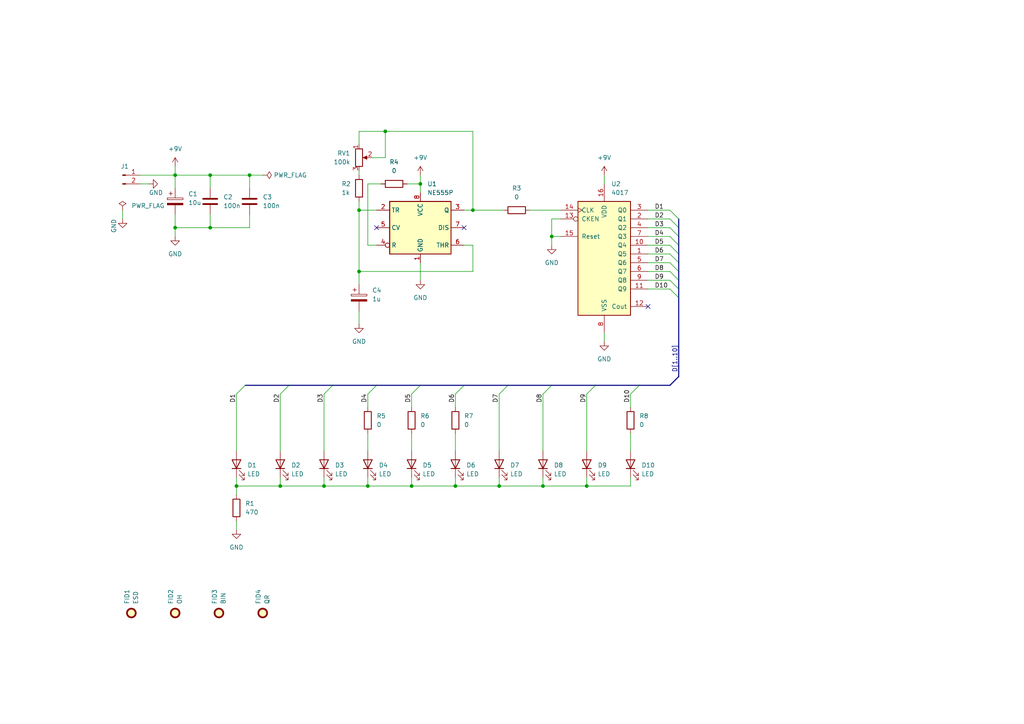
<source format=kicad_sch>
(kicad_sch (version 20230121) (generator eeschema)
  (paper "A4")
  (title_block (title "${acronym} - ${title}") (date "${date}") (rev "${revision}") (company "${company}") (comment 1 "${creator}") (comment 2 "${license}"))
  (lib_symbols
    (symbol "4xxx:4017" (pin_names (offset 1.016))
      (property "Reference" "U" (at -7.62 16.51 0))
      (property "Value" "4017" (at -7.62 -19.05 0))
      (symbol "4017_1_0"
        (pin output line (at 12.7 0 180) (length 5.08) (name "Q5") (number "1"))
        (pin output line (at 12.7 2.54 180) (length 5.08) (name "Q4") (number "10"))
        (pin output line (at 12.7 -10.16 180) (length 5.08) (name "Q9") (number "11"))
        (pin output line (at 12.7 -15.24 180) (length 5.08) (name "Cout") (number "12"))
        (pin input inverted (at -12.7 10.16 0) (length 5.08) (name "CKEN") (number "13"))
        (pin input clock (at -12.7 12.7 0) (length 5.08) (name "CLK") (number "14"))
        (pin input line (at -12.7 5.08 0) (length 5.08) (name "Reset") (number "15"))
        (pin power_in line (at 0 20.32 270) (length 5.08) (name "VDD") (number "16"))
        (pin output line (at 12.7 10.16 180) (length 5.08) (name "Q1") (number "2"))
        (pin output line (at 12.7 12.7 180) (length 5.08) (name "Q0") (number "3"))
        (pin output line (at 12.7 7.62 180) (length 5.08) (name "Q2") (number "4"))
        (pin output line (at 12.7 -2.54 180) (length 5.08) (name "Q6") (number "5"))
        (pin output line (at 12.7 -5.08 180) (length 5.08) (name "Q7") (number "6"))
        (pin output line (at 12.7 5.08 180) (length 5.08) (name "Q3") (number "7"))
        (pin power_in line (at 0 -22.86 90) (length 5.08) (name "VSS") (number "8"))
        (pin output line (at 12.7 -7.62 180) (length 5.08) (name "Q8") (number "9"))
      )
      (symbol "4017_1_1"
        (rectangle (start -7.62 15.24) (end 7.62 -17.78) (stroke (width 0.254)) (fill (type background)))
      )
    )
    (symbol "Connector:Conn_01x02_Pin" (pin_names (offset 1.016) hide)
      (property "Reference" "J" (at 0 2.54 0))
      (property "Value" "Conn_01x02_Pin" (at 0 -5.08 0))
      (symbol "Conn_01x02_Pin_1_1"
        (polyline (pts (xy 1.27 -2.54) (xy 0.8636 -2.54)) (stroke (width 0.1524)))
        (polyline (pts (xy 1.27 0) (xy 0.8636 0)) (stroke (width 0.1524)))
        (rectangle (start 0.8636 -2.413) (end 0 -2.667) (stroke (width 0.1524)) (fill (type outline)))
        (rectangle (start 0.8636 0.127) (end 0 -0.127) (stroke (width 0.1524)) (fill (type outline)))
        (pin passive line (at 5.08 0 180) (length 3.81) (name "Pin_1") (number "1"))
        (pin passive line (at 5.08 -2.54 180) (length 3.81) (name "Pin_2") (number "2"))
      )
    )
    (symbol "Device:C" (pin_numbers hide) (pin_names (offset 0.254))
      (property "Reference" "C" (at 0.635 2.54 0))
      (property "Value" "C" (at 0.635 -2.54 0))
      (symbol "C_0_1"
        (polyline (pts (xy -2.032 -0.762) (xy 2.032 -0.762)) (stroke (width 0.508)))
        (polyline (pts (xy -2.032 0.762) (xy 2.032 0.762)) (stroke (width 0.508)))
      )
      (symbol "C_1_1"
        (pin passive line (at 0 3.81 270) (length 2.794) (name "~") (number "1"))
        (pin passive line (at 0 -3.81 90) (length 2.794) (name "~") (number "2"))
      )
    )
    (symbol "Device:C_Polarized" (pin_numbers hide) (pin_names (offset 0.254))
      (property "Reference" "C" (at 0.635 2.54 0))
      (property "Value" "C_Polarized" (at 0.635 -2.54 0))
      (symbol "C_Polarized_0_1"
        (rectangle (start -2.286 0.508) (end 2.286 1.016))
        (polyline (pts (xy -1.778 2.286) (xy -0.762 2.286)))
        (polyline (pts (xy -1.27 2.794) (xy -1.27 1.778)))
        (rectangle (start 2.286 -0.508) (end -2.286 -1.016) (fill (type outline)))
      )
      (symbol "C_Polarized_1_1"
        (pin passive line (at 0 3.81 270) (length 2.794) (name "~") (number "1"))
        (pin passive line (at 0 -3.81 90) (length 2.794) (name "~") (number "2"))
      )
    )
    (symbol "Device:LED" (pin_numbers hide) (pin_names (offset 1.016) hide)
      (property "Reference" "D" (at 0 2.54 0))
      (property "Value" "LED" (at 0 -2.54 0))
      (symbol "LED_0_1"
        (polyline (pts (xy -1.27 -1.27) (xy -1.27 1.27)) (stroke (width 0.254)))
        (polyline (pts (xy -1.27 0) (xy 1.27 0)))
        (polyline (pts (xy 1.27 -1.27) (xy 1.27 1.27) (xy -1.27 0) (xy 1.27 -1.27)) (stroke (width 0.254)))
        (polyline (pts (xy -3.048 -0.762) (xy -4.572 -2.286) (xy -3.81 -2.286) (xy -4.572 -2.286) (xy -4.572 -1.524)))
        (polyline (pts (xy -1.778 -0.762) (xy -3.302 -2.286) (xy -2.54 -2.286) (xy -3.302 -2.286) (xy -3.302 -1.524)))
      )
      (symbol "LED_1_1"
        (pin passive line (at -3.81 0 0) (length 2.54) (name "K") (number "1"))
        (pin passive line (at 3.81 0 180) (length 2.54) (name "A") (number "2"))
      )
    )
    (symbol "Device:R" (pin_numbers hide) (pin_names (offset 0))
      (property "Reference" "R" (at 2.032 0 90))
      (property "Value" "R" (at 0 0 90))
      (symbol "R_0_1"
        (rectangle (start -1.016 -2.54) (end 1.016 2.54) (stroke (width 0.254)))
      )
      (symbol "R_1_1"
        (pin passive line (at 0 3.81 270) (length 1.27) (name "~") (number "1"))
        (pin passive line (at 0 -3.81 90) (length 1.27) (name "~") (number "2"))
      )
    )
    (symbol "Device:R_Potentiometer" (pin_names (offset 1.016) hide)
      (property "Reference" "RV" (at -4.445 0 90))
      (property "Value" "R_Potentiometer" (at -2.54 0 90))
      (symbol "R_Potentiometer_0_1"
        (polyline (pts (xy 2.54 0) (xy 1.524 0)))
        (polyline (pts (xy 1.143 0) (xy 2.286 0.508) (xy 2.286 -0.508) (xy 1.143 0)) (fill (type outline)))
        (rectangle (start 1.016 2.54) (end -1.016 -2.54) (stroke (width 0.254)))
      )
      (symbol "R_Potentiometer_1_1"
        (pin passive line (at 0 3.81 270) (length 1.27) (name "1") (number "1"))
        (pin passive line (at 3.81 0 180) (length 1.27) (name "2") (number "2"))
        (pin passive line (at 0 -3.81 90) (length 1.27) (name "3") (number "3"))
      )
    )
    (symbol "Mechanical:Fiducial"
      (property "Reference" "FID" (at 0 5.08 0))
      (property "Value" "Fiducial" (at 0 3.175 0))
      (symbol "Fiducial_0_1"
        (circle (center 0 0) (radius 1.27) (stroke (width 0.508)) (fill (type background)))
      )
    )
    (symbol "Timer:NE555P"
      (property "Reference" "U" (at -10.16 8.89 0))
      (property "Value" "NE555P" (at 2.54 8.89 0))
      (symbol "NE555P_0_0"
        (pin power_in line (at 0 -10.16 90) (length 2.54) (name "GND") (number "1"))
        (pin power_in line (at 0 10.16 270) (length 2.54) (name "VCC") (number "8"))
      )
      (symbol "NE555P_0_1"
        (rectangle (start -8.89 -7.62) (end 8.89 7.62) (stroke (width 0.254)) (fill (type background)))
        (rectangle (start -8.89 -7.62) (end 8.89 7.62) (stroke (width 0.254)) (fill (type background)))
      )
      (symbol "NE555P_1_1"
        (pin input line (at -12.7 5.08 0) (length 3.81) (name "TR") (number "2"))
        (pin output line (at 12.7 5.08 180) (length 3.81) (name "Q") (number "3"))
        (pin input inverted (at -12.7 -5.08 0) (length 3.81) (name "R") (number "4"))
        (pin input line (at -12.7 0 0) (length 3.81) (name "CV") (number "5"))
        (pin input line (at 12.7 -5.08 180) (length 3.81) (name "THR") (number "6"))
        (pin input line (at 12.7 0 180) (length 3.81) (name "DIS") (number "7"))
      )
    )
    (symbol "power:+9V" (power) (pin_names (offset 0))
      (property "Value" "+9V" (at 0 3.556 0))
      (symbol "+9V_0_1"
        (polyline (pts (xy -0.762 1.27) (xy 0 2.54)))
        (polyline (pts (xy 0 0) (xy 0 2.54)))
        (polyline (pts (xy 0 2.54) (xy 0.762 1.27)))
      )
      (symbol "+9V_1_1"
        (pin power_in line (at 0 0 90) (length 0) hide (name "+9V") (number "1"))
      )
    )
    (symbol "power:GND" (power) (pin_names (offset 0))
      (property "Value" "GND" (at 0 -3.81 0))
      (symbol "GND_0_1"
        (polyline (pts (xy 0 0) (xy 0 -1.27) (xy 1.27 -1.27) (xy 0 -2.54) (xy -1.27 -1.27) (xy 0 -1.27)))
      )
      (symbol "GND_1_1"
        (pin power_in line (at 0 0 270) (length 0) hide (name "GND") (number "1"))
      )
    )
    (symbol "power:PWR_FLAG" (power) (pin_numbers hide) (pin_names (offset 0) hide)
      (property "Value" "PWR_FLAG" (at 0 3.81 0))
      (symbol "PWR_FLAG_0_0"
        (pin power_out line (at 0 0 90) (length 0) (name "pwr") (number "1"))
      )
      (symbol "PWR_FLAG_0_1"
        (polyline (pts (xy 0 0) (xy 0 1.27) (xy -1.016 1.905) (xy 0 2.54) (xy 1.016 1.905) (xy 0 1.27)))
      )
    )
  )
  (junction (at 68.58 140.97))
  (junction (at 132.08 140.97))
  (junction (at 121.92 53.34))
  (junction (at 160.02 68.58))
  (junction (at 106.68 140.97))
  (junction (at 81.28 140.97))
  (junction (at 104.14 60.96))
  (junction (at 157.48 140.97))
  (junction (at 144.78 140.97))
  (junction (at 111.76 38.1))
  (junction (at 170.18 140.97))
  (junction (at 104.14 78.74))
  (junction (at 50.8 50.8))
  (junction (at 119.38 140.97))
  (junction (at 50.8 66.04))
  (junction (at 72.39 50.8))
  (junction (at 60.96 66.04))
  (junction (at 137.16 60.96))
  (junction (at 93.98 140.97))
  (junction (at 60.96 50.8))
  (no_connect (at 109.22 66.04))
  (no_connect (at 187.96 88.9))
  (no_connect (at 134.62 66.04))
  (bus_entry (at 121.92 111.76) (size -2.54 2.54))
  (bus_entry (at 96.52 111.76) (size -2.54 2.54))
  (bus_entry (at 71.12 111.76) (size -2.54 2.54))
  (bus_entry (at 194.31 63.5) (size 2.54 2.54))
  (bus_entry (at 194.31 76.2) (size 2.54 2.54))
  (bus_entry (at 160.02 111.76) (size -2.54 2.54))
  (bus_entry (at 194.31 68.58) (size 2.54 2.54))
  (bus_entry (at 194.31 81.28) (size 2.54 2.54))
  (bus_entry (at 194.31 78.74) (size 2.54 2.54))
  (bus_entry (at 194.31 73.66) (size 2.54 2.54))
  (bus_entry (at 109.22 111.76) (size -2.54 2.54))
  (bus_entry (at 172.72 111.76) (size -2.54 2.54))
  (bus_entry (at 83.82 111.76) (size -2.54 2.54))
  (bus_entry (at 194.31 83.82) (size 2.54 2.54))
  (bus_entry (at 134.62 111.76) (size -2.54 2.54))
  (bus_entry (at 185.42 111.76) (size -2.54 2.54))
  (bus_entry (at 147.32 111.76) (size -2.54 2.54))
  (bus_entry (at 194.31 60.96) (size 2.54 2.54))
  (bus_entry (at 194.31 71.12) (size 2.54 2.54))
  (bus_entry (at 194.31 66.04) (size 2.54 2.54))
  (bus (pts (xy 147.32 111.76) (xy 160.02 111.76)))
  (bus (pts (xy 160.02 111.76) (xy 172.72 111.76)))
  (wire (pts (xy 60.96 50.8) (xy 60.96 54.61)))
  (wire (pts (xy 106.68 140.97) (xy 119.38 140.97)))
  (wire (pts (xy 104.14 78.74) (xy 104.14 82.55)))
  (bus (pts (xy 83.82 111.76) (xy 96.52 111.76)))
  (wire (pts (xy 137.16 60.96) (xy 134.62 60.96)))
  (bus (pts (xy 196.85 73.66) (xy 196.85 76.2)))
  (wire (pts (xy 68.58 151.13) (xy 68.58 153.67)))
  (wire (pts (xy 157.48 140.97) (xy 170.18 140.97)))
  (bus (pts (xy 96.52 111.76) (xy 109.22 111.76)))
  (wire (pts (xy 182.88 140.97) (xy 182.88 138.43)))
  (wire (pts (xy 104.14 90.17) (xy 104.14 93.98)))
  (wire (pts (xy 119.38 125.73) (xy 119.38 130.81)))
  (wire (pts (xy 60.96 62.23) (xy 60.96 66.04)))
  (bus (pts (xy 196.85 83.82) (xy 196.85 86.36)))
  (bus (pts (xy 196.85 63.5) (xy 196.85 66.04)))
  (bus (pts (xy 134.62 111.76) (xy 147.32 111.76)))
  (wire (pts (xy 50.8 48.26) (xy 50.8 50.8)))
  (wire (pts (xy 170.18 114.3) (xy 170.18 130.81)))
  (wire (pts (xy 187.96 83.82) (xy 194.31 83.82)))
  (wire (pts (xy 170.18 140.97) (xy 182.88 140.97)))
  (wire (pts (xy 72.39 62.23) (xy 72.39 66.04)))
  (wire (pts (xy 68.58 138.43) (xy 68.58 140.97)))
  (wire (pts (xy 106.68 125.73) (xy 106.68 130.81)))
  (wire (pts (xy 50.8 50.8) (xy 50.8 54.61)))
  (wire (pts (xy 153.67 60.96) (xy 162.56 60.96)))
  (wire (pts (xy 106.68 114.3) (xy 106.68 118.11)))
  (wire (pts (xy 157.48 114.3) (xy 157.48 130.81)))
  (wire (pts (xy 137.16 38.1) (xy 137.16 60.96)))
  (wire (pts (xy 144.78 138.43) (xy 144.78 140.97)))
  (wire (pts (xy 121.92 76.2) (xy 121.92 81.28)))
  (wire (pts (xy 50.8 66.04) (xy 50.8 68.58)))
  (wire (pts (xy 121.92 50.8) (xy 121.92 53.34)))
  (wire (pts (xy 182.88 125.73) (xy 182.88 130.81)))
  (wire (pts (xy 187.96 76.2) (xy 194.31 76.2)))
  (wire (pts (xy 104.14 60.96) (xy 109.22 60.96)))
  (wire (pts (xy 175.26 50.8) (xy 175.26 53.34)))
  (bus (pts (xy 196.85 76.2) (xy 196.85 78.74)))
  (wire (pts (xy 81.28 140.97) (xy 93.98 140.97)))
  (wire (pts (xy 121.92 53.34) (xy 121.92 55.88)))
  (wire (pts (xy 160.02 68.58) (xy 162.56 68.58)))
  (wire (pts (xy 81.28 114.3) (xy 81.28 130.81)))
  (wire (pts (xy 110.49 53.34) (xy 106.68 53.34)))
  (wire (pts (xy 104.14 38.1) (xy 104.14 41.91)))
  (wire (pts (xy 137.16 78.74) (xy 104.14 78.74)))
  (wire (pts (xy 132.08 125.73) (xy 132.08 130.81)))
  (wire (pts (xy 119.38 140.97) (xy 132.08 140.97)))
  (wire (pts (xy 187.96 71.12) (xy 194.31 71.12)))
  (bus (pts (xy 71.12 111.76) (xy 83.82 111.76)))
  (wire (pts (xy 160.02 63.5) (xy 160.02 68.58)))
  (wire (pts (xy 93.98 140.97) (xy 106.68 140.97)))
  (wire (pts (xy 68.58 114.3) (xy 68.58 130.81)))
  (bus (pts (xy 196.85 78.74) (xy 196.85 81.28)))
  (bus (pts (xy 196.85 86.36) (xy 196.85 109.22)))
  (wire (pts (xy 111.76 45.72) (xy 111.76 38.1)))
  (wire (pts (xy 93.98 114.3) (xy 93.98 130.81)))
  (wire (pts (xy 119.38 138.43) (xy 119.38 140.97)))
  (wire (pts (xy 72.39 50.8) (xy 72.39 54.61)))
  (wire (pts (xy 175.26 96.52) (xy 175.26 99.06)))
  (bus (pts (xy 185.42 111.76) (xy 194.31 111.76)))
  (wire (pts (xy 72.39 50.8) (xy 76.2 50.8)))
  (wire (pts (xy 35.56 60.96) (xy 35.56 63.5)))
  (wire (pts (xy 187.96 73.66) (xy 194.31 73.66)))
  (bus (pts (xy 196.85 68.58) (xy 196.85 71.12)))
  (wire (pts (xy 111.76 38.1) (xy 137.16 38.1)))
  (wire (pts (xy 93.98 138.43) (xy 93.98 140.97)))
  (wire (pts (xy 132.08 140.97) (xy 144.78 140.97)))
  (wire (pts (xy 182.88 114.3) (xy 182.88 118.11)))
  (wire (pts (xy 68.58 140.97) (xy 68.58 143.51)))
  (bus (pts (xy 196.85 109.22) (xy 194.31 111.76)))
  (wire (pts (xy 157.48 138.43) (xy 157.48 140.97)))
  (wire (pts (xy 132.08 138.43) (xy 132.08 140.97)))
  (bus (pts (xy 172.72 111.76) (xy 185.42 111.76)))
  (wire (pts (xy 107.95 45.72) (xy 111.76 45.72)))
  (bus (pts (xy 121.92 111.76) (xy 134.62 111.76)))
  (wire (pts (xy 68.58 140.97) (xy 81.28 140.97)))
  (wire (pts (xy 81.28 138.43) (xy 81.28 140.97)))
  (wire (pts (xy 109.22 71.12) (xy 106.68 71.12)))
  (wire (pts (xy 144.78 140.97) (xy 157.48 140.97)))
  (wire (pts (xy 187.96 60.96) (xy 194.31 60.96)))
  (wire (pts (xy 160.02 68.58) (xy 160.02 71.12)))
  (wire (pts (xy 40.64 53.34) (xy 43.18 53.34)))
  (wire (pts (xy 60.96 66.04) (xy 72.39 66.04)))
  (bus (pts (xy 196.85 66.04) (xy 196.85 68.58)))
  (wire (pts (xy 170.18 138.43) (xy 170.18 140.97)))
  (wire (pts (xy 106.68 53.34) (xy 106.68 71.12)))
  (wire (pts (xy 50.8 66.04) (xy 60.96 66.04)))
  (wire (pts (xy 187.96 81.28) (xy 194.31 81.28)))
  (wire (pts (xy 134.62 71.12) (xy 137.16 71.12)))
  (wire (pts (xy 132.08 114.3) (xy 132.08 118.11)))
  (wire (pts (xy 137.16 71.12) (xy 137.16 78.74)))
  (bus (pts (xy 196.85 71.12) (xy 196.85 73.66)))
  (wire (pts (xy 187.96 66.04) (xy 194.31 66.04)))
  (wire (pts (xy 50.8 50.8) (xy 60.96 50.8)))
  (wire (pts (xy 50.8 62.23) (xy 50.8 66.04)))
  (wire (pts (xy 111.76 38.1) (xy 104.14 38.1)))
  (wire (pts (xy 40.64 50.8) (xy 50.8 50.8)))
  (wire (pts (xy 104.14 78.74) (xy 104.14 60.96)))
  (wire (pts (xy 104.14 49.53) (xy 104.14 50.8)))
  (wire (pts (xy 187.96 63.5) (xy 194.31 63.5)))
  (wire (pts (xy 144.78 114.3) (xy 144.78 130.81)))
  (wire (pts (xy 118.11 53.34) (xy 121.92 53.34)))
  (wire (pts (xy 104.14 58.42) (xy 104.14 60.96)))
  (bus (pts (xy 196.85 81.28) (xy 196.85 83.82)))
  (wire (pts (xy 137.16 60.96) (xy 146.05 60.96)))
  (wire (pts (xy 106.68 138.43) (xy 106.68 140.97)))
  (wire (pts (xy 60.96 50.8) (xy 72.39 50.8)))
  (wire (pts (xy 160.02 63.5) (xy 162.56 63.5)))
  (wire (pts (xy 119.38 114.3) (xy 119.38 118.11)))
  (wire (pts (xy 187.96 78.74) (xy 194.31 78.74)))
  (wire (pts (xy 187.96 68.58) (xy 194.31 68.58)))
  (bus (pts (xy 109.22 111.76) (xy 121.92 111.76)))
  (label "D5" (at 189.865 71.12 0))
  (label "D8" (at 189.865 78.74 0))
  (label "D6" (at 132.08 116.84 90))
  (label "D9" (at 189.865 81.28 0))
  (label "D7" (at 144.78 116.84 90))
  (label "D1" (at 189.865 60.96 0))
  (label "D4" (at 106.68 116.84 90))
  (label "D7" (at 189.865 76.2 0))
  (label "D2" (at 81.28 116.84 90))
  (label "D3" (at 189.865 66.04 0))
  (label "D3" (at 93.98 116.84 90))
  (label "D9" (at 170.18 116.84 90))
  (label "D1" (at 68.58 116.84 90))
  (label "D10" (at 189.865 83.82 0))
  (label "D6" (at 189.865 73.66 0))
  (label "D10" (at 182.88 116.84 90))
  (label "D[1..10]" (at 196.85 107.95 90))
  (label "D8" (at 157.48 116.84 90))
  (label "D2" (at 189.865 63.5 0))
  (label "D5" (at 119.38 116.84 90))
  (label "D4" (at 189.865 68.58 0))
  (symbol (lib_id "power:GND") (at 175.26 99.06 0) (unit 1)
    (property "Reference" "#PWR011" (effects hide))
    (property "Value" "GND" (at 175.26 104.14 0))
  )
  (symbol (lib_id "power:+9V") (at 175.26 50.8 0) (unit 1)
    (property "Reference" "#PWR010" (effects hide))
    (property "Value" "+9V" (at 175.26 45.72 0))
  )
  (symbol (lib_id "power:GND") (at 35.56 63.5 0) (unit 1)
    (property "Reference" "#PWR01" (effects hide))
    (property "Value" "GND" (at 33.02 63.5 90) (effects (justify right)))
  )
  (symbol (lib_id "Device:R") (at 149.86 60.96 90) (unit 1)
    (property "Reference" "R3" (at 149.86 54.61 90))
    (property "Value" "0" (at 149.86 57.15 90))
    (property "Footprint" "Resistor_THT:R_Axial_DIN0207_L6.3mm_D2.5mm_P10.16mm_Horizontal" (effects hide))
    (property "Vendor" "HTL" (effects hide))
    (property "VendorId" "102765" (effects hide))
  )
  (symbol (lib_id "Device:C") (at 72.39 58.42 0) (unit 1)
    (property "Reference" "C3" (at 76.2 57.1499 0) (effects (justify left)))
    (property "Value" "100n" (at 76.2 59.6899 0) (effects (justify left)))
    (property "Footprint" "Capacitor_THT:C_Disc_D3.8mm_W2.6mm_P2.50mm" (effects hide))
    (property "Vendor" "HTL" (effects hide))
    (property "VendorId" "103390" (effects hide))
  )
  (symbol (lib_id "Connector:Conn_01x02_Pin") (at 35.56 50.8 0) (unit 1)
    (property "Reference" "J1" (at 36.195 48.26 0))
    (property "Value" "Conn_01x02_Pin" (effects hide))
    (property "Footprint" "Connector_PinSocket_2.54mm:PinSocket_1x02_P2.54mm_Vertical" (effects hide))
    (property "Vendor" "HTL" (effects hide))
    (property "VendorId" "101521" (effects hide))
  )
  (symbol (lib_id "Device:LED") (at 119.38 134.62 90) (unit 1)
    (property "Reference" "D5" (at 122.555 134.9374 90) (effects (justify right)))
    (property "Value" "LED" (at 122.555 137.4774 90) (effects (justify right)))
    (property "Footprint" "LED_THT:LED_D5.0mm" (effects hide))
    (property "Vendor" "HTL" (effects hide))
    (property "VendorId" "100444, 102855" (effects hide))
  )
  (symbol (lib_id "Device:C") (at 60.96 58.42 0) (unit 1)
    (property "Reference" "C2" (at 64.77 57.1499 0) (effects (justify left)))
    (property "Value" "100n" (at 64.77 59.6899 0) (effects (justify left)))
    (property "Footprint" "Capacitor_THT:C_Disc_D3.8mm_W2.6mm_P2.50mm" (effects hide))
    (property "Vendor" "HTL" (effects hide))
    (property "VendorId" "103390" (effects hide))
  )
  (symbol (lib_id "Device:C_Polarized") (at 50.8 58.42 0) (unit 1)
    (property "Reference" "C1" (at 54.61 56.2609 0) (effects (justify left)))
    (property "Value" "10u" (at 54.61 58.8009 0) (effects (justify left)))
    (property "Footprint" "Capacitor_THT:CP_Radial_D5.0mm_P2.50mm" (effects hide))
    (property "Vendor" "HTL" (effects hide))
    (property "VendorId" "100353" (effects hide))
  )
  (symbol (lib_id "Device:R_Potentiometer") (at 104.14 45.72 0) (unit 1)
    (property "Reference" "RV1" (at 101.6 44.4499 0) (effects (justify right)))
    (property "Value" "100k" (at 101.6 46.9899 0) (effects (justify right)))
    (property "Footprint" "Potentiometer_THT:Potentiometer_Piher_PT-10-V10_Vertical" (effects hide))
    (property "Vendor" "HTL" (effects hide))
    (property "VendorId" "100417" (effects hide))
  )
  (symbol (lib_id "power:GND") (at 50.8 68.58 0) (unit 1)
    (property "Reference" "#PWR04" (effects hide))
    (property "Value" "GND" (at 50.8 73.66 0))
  )
  (symbol (lib_id "Timer:NE555P") (at 121.92 66.04 0) (unit 1)
    (property "Reference" "U1" (at 123.9394 53.34 0) (effects (justify left)))
    (property "Value" "NE555P" (at 123.9394 55.88 0) (effects (justify left)))
    (property "Footprint" "Package_DIP:DIP-8_W7.62mm_Socket_LongPads" (effects hide))
    (property "Datasheet" "http://www.ti.com/lit/ds/symlink/ne555.pdf" (effects hide))
    (property "Vendor" "HTL" (effects hide))
    (property "VendorId" "100296, 100331" (effects hide))
  )
  (symbol (lib_id "power:GND") (at 121.92 81.28 0) (unit 1)
    (property "Reference" "#PWR08" (effects hide))
    (property "Value" "GND" (at 121.92 86.36 0))
  )
  (symbol (lib_id "Device:LED") (at 170.18 134.62 90) (unit 1)
    (property "Reference" "D9" (at 173.355 134.9374 90) (effects (justify right)))
    (property "Value" "LED" (at 173.355 137.4774 90) (effects (justify right)))
    (property "Footprint" "LED_THT:LED_D5.0mm" (effects hide))
    (property "Vendor" "HTL" (effects hide))
    (property "VendorId" "100444, 102855" (effects hide))
  )
  (symbol (lib_id "Device:C_Polarized") (at 104.14 86.36 0) (unit 1)
    (property "Reference" "C4" (at 107.95 84.2009 0) (effects (justify left)))
    (property "Value" "1u" (at 107.95 86.7409 0) (effects (justify left)))
    (property "Footprint" "Capacitor_THT:CP_Radial_D5.0mm_P2.50mm" (effects hide))
    (property "Vendor" "HTL" (effects hide))
    (property "VendorId" "100345" (effects hide))
  )
  (symbol (lib_id "Device:LED") (at 68.58 134.62 90) (unit 1)
    (property "Reference" "D1" (at 71.755 134.9374 90) (effects (justify right)))
    (property "Value" "LED" (at 71.755 137.4774 90) (effects (justify right)))
    (property "Footprint" "LED_THT:LED_D5.0mm" (effects hide))
    (property "Vendor" "HTL" (effects hide))
    (property "VendorId" "100444, 102855" (effects hide))
  )
  (symbol (lib_id "Device:R") (at 104.14 54.61 180) (unit 1)
    (property "Reference" "R2" (at 99.06 53.34 0) (effects (justify right)))
    (property "Value" "1k" (at 99.06 55.88 0) (effects (justify right)))
    (property "Footprint" "Resistor_THT:R_Axial_DIN0207_L6.3mm_D2.5mm_P10.16mm_Horizontal" (effects hide))
    (property "Vendor" "HTL" (effects hide))
    (property "VendorId" "102800" (effects hide))
  )
  (symbol (lib_id "power:PWR_FLAG") (at 76.2 50.8 270) (unit 1)
    (property "Reference" "#FLG02" (effects hide))
    (property "Value" "PWR_FLAG" (at 79.375 50.8 90) (effects (justify left)))
  )
  (symbol (lib_id "Device:R") (at 182.88 121.92 180) (unit 1)
    (property "Reference" "R8" (at 185.42 120.6499 0) (effects (justify right)))
    (property "Value" "0" (at 185.42 123.1899 0) (effects (justify right)))
    (property "Footprint" "Resistor_THT:R_Axial_DIN0207_L6.3mm_D2.5mm_P10.16mm_Horizontal" (effects hide))
    (property "Vendor" "HTL" (effects hide))
    (property "VendorId" "102765" (effects hide))
  )
  (symbol (lib_id "Device:LED") (at 157.48 134.62 90) (unit 1)
    (property "Reference" "D8" (at 160.655 134.9374 90) (effects (justify right)))
    (property "Value" "LED" (at 160.655 137.4774 90) (effects (justify right)))
    (property "Footprint" "LED_THT:LED_D5.0mm" (effects hide))
    (property "Vendor" "HTL" (effects hide))
    (property "VendorId" "100444, 102855" (effects hide))
  )
  (symbol (lib_id "power:GND") (at 68.58 153.67 0) (unit 1)
    (property "Reference" "#PWR05" (effects hide))
    (property "Value" "GND" (at 68.58 158.75 0))
  )
  (symbol (lib_id "power:+9V") (at 50.8 48.26 0) (unit 1)
    (property "Reference" "#PWR03" (effects hide))
    (property "Value" "+9V" (at 50.8 43.18 0))
  )
  (symbol (lib_id "Mechanical:Fiducial") (at 63.5 177.8 0) (unit 1)
    (property "Reference" "FID3" (at 62.23 175.26 90) (effects (justify left)))
    (property "Value" "BIN" (at 64.77 175.26 90) (effects (justify left)))
    (property "Footprint" "Symbol:WEEE-Logo_4.2x6mm_SilkScreen" (effects hide))
  )
  (symbol (lib_id "Mechanical:Fiducial") (at 76.2 177.8 0) (unit 1)
    (property "Reference" "FID4" (at 74.93 175.26 90) (effects (justify left)))
    (property "Value" "QR" (at 77.47 175.26 90) (effects (justify left)))
    (property "Footprint" "Images:QR_0x007e" (effects hide))
  )
  (symbol (lib_id "Mechanical:Fiducial") (at 38.1 177.8 0) (unit 1)
    (property "Reference" "FID1" (at 36.83 175.26 90) (effects (justify left)))
    (property "Value" "ESD" (at 39.37 175.26 90) (effects (justify left)))
    (property "Footprint" "Symbol:ESD-Logo_6.6x6mm_SilkScreen" (effects hide))
  )
  (symbol (lib_id "power:PWR_FLAG") (at 35.56 60.96 0) (unit 1)
    (property "Reference" "#FLG01" (effects hide))
    (property "Value" "PWR_FLAG" (at 38.1 59.6899 0) (effects (justify left)))
  )
  (symbol (lib_id "Device:R") (at 119.38 121.92 180) (unit 1)
    (property "Reference" "R6" (at 121.92 120.6499 0) (effects (justify right)))
    (property "Value" "0" (at 121.92 123.1899 0) (effects (justify right)))
    (property "Footprint" "Resistor_THT:R_Axial_DIN0207_L6.3mm_D2.5mm_P15.24mm_Horizontal" (effects hide))
    (property "Vendor" "HTL" (effects hide))
    (property "VendorId" "102765" (effects hide))
  )
  (symbol (lib_id "power:GND") (at 43.18 53.34 90) (unit 1)
    (property "Reference" "#PWR02" (effects hide))
    (property "Value" "GND" (at 43.18 55.88 90) (effects (justify right)))
  )
  (symbol (lib_id "Device:LED") (at 81.28 134.62 90) (unit 1)
    (property "Reference" "D2" (at 84.455 134.9374 90) (effects (justify right)))
    (property "Value" "LED" (at 84.455 137.4774 90) (effects (justify right)))
    (property "Footprint" "LED_THT:LED_D5.0mm" (effects hide))
    (property "Vendor" "HTL" (effects hide))
    (property "VendorId" "100444, 102855" (effects hide))
  )
  (symbol (lib_id "Device:R") (at 68.58 147.32 0) (unit 1)
    (property "Reference" "R1" (at 71.12 146.0499 0) (effects (justify left)))
    (property "Value" "470" (at 71.12 148.5899 0) (effects (justify left)))
    (property "Footprint" "Resistor_THT:R_Axial_DIN0207_L6.3mm_D2.5mm_P10.16mm_Horizontal" (effects hide))
    (property "Vendor" "HTL" (effects hide))
    (property "VendorId" "102795" (effects hide))
  )
  (symbol (lib_id "Device:LED") (at 182.88 134.62 90) (unit 1)
    (property "Reference" "D10" (at 186.055 134.9374 90) (effects (justify right)))
    (property "Value" "LED" (at 186.055 137.4774 90) (effects (justify right)))
    (property "Footprint" "LED_THT:LED_D5.0mm" (effects hide))
    (property "Vendor" "HTL" (effects hide))
    (property "VendorId" "100444, 102855" (effects hide))
  )
  (symbol (lib_id "power:GND") (at 104.14 93.98 0) (unit 1)
    (property "Reference" "#PWR06" (effects hide))
    (property "Value" "GND" (at 104.14 99.06 0))
  )
  (symbol (lib_id "Mechanical:Fiducial") (at 50.8 177.8 0) (unit 1)
    (property "Reference" "FID2" (at 49.53 175.26 90) (effects (justify left)))
    (property "Value" "OH" (at 52.07 175.26 90) (effects (justify left)))
    (property "Footprint" "Symbol:OSHW-Logo2_7.3x6mm_SilkScreen" (effects hide))
  )
  (symbol (lib_id "4xxx:4017") (at 175.26 73.66 0) (unit 1)
    (property "Reference" "U2" (at 177.2794 53.34 0) (effects (justify left)))
    (property "Value" "4017" (at 177.2794 55.88 0) (effects (justify left)))
    (property "Footprint" "Package_DIP:DIP-16_W7.62mm_Socket_LongPads" (effects hide))
    (property "Datasheet" "http://www.intersil.com/content/dam/Intersil/documents/cd40/cd4017bms-22bms.pdf" (effects hide))
    (property "Vendor" "HTL" (effects hide))
    (property "VendorId" "102616, 100333" (effects hide))
  )
  (symbol (lib_id "Device:R") (at 106.68 121.92 180) (unit 1)
    (property "Reference" "R5" (at 109.22 120.6499 0) (effects (justify right)))
    (property "Value" "0" (at 109.22 123.1899 0) (effects (justify right)))
    (property "Footprint" "Resistor_THT:R_Axial_DIN0207_L6.3mm_D2.5mm_P10.16mm_Horizontal" (effects hide))
    (property "Vendor" "HTL" (effects hide))
    (property "VendorId" "102765" (effects hide))
  )
  (symbol (lib_id "Device:LED") (at 144.78 134.62 90) (unit 1)
    (property "Reference" "D7" (at 147.955 134.9374 90) (effects (justify right)))
    (property "Value" "LED" (at 147.955 137.4774 90) (effects (justify right)))
    (property "Footprint" "LED_THT:LED_D5.0mm" (effects hide))
    (property "Vendor" "HTL" (effects hide))
    (property "VendorId" "100444, 102855" (effects hide))
  )
  (symbol (lib_id "Device:LED") (at 132.08 134.62 90) (unit 1)
    (property "Reference" "D6" (at 135.255 134.9374 90) (effects (justify right)))
    (property "Value" "LED" (at 135.255 137.4774 90) (effects (justify right)))
    (property "Footprint" "LED_THT:LED_D5.0mm" (effects hide))
    (property "Vendor" "HTL" (effects hide))
    (property "VendorId" "100444, 102855" (effects hide))
  )
  (symbol (lib_id "Device:R") (at 132.08 121.92 180) (unit 1)
    (property "Reference" "R7" (at 134.62 120.6499 0) (effects (justify right)))
    (property "Value" "0" (at 134.62 123.1899 0) (effects (justify right)))
    (property "Footprint" "Resistor_THT:R_Axial_DIN0207_L6.3mm_D2.5mm_P10.16mm_Horizontal" (effects hide))
    (property "Vendor" "HTL" (effects hide))
    (property "VendorId" "102765" (effects hide))
  )
  (symbol (lib_id "power:GND") (at 160.02 71.12 0) (unit 1)
    (property "Reference" "#PWR09" (effects hide))
    (property "Value" "GND" (at 160.02 76.2 0))
  )
  (symbol (lib_id "power:+9V") (at 121.92 50.8 0) (unit 1)
    (property "Reference" "#PWR07" (effects hide))
    (property "Value" "+9V" (at 121.92 45.72 0))
  )
  (symbol (lib_id "Device:LED") (at 93.98 134.62 90) (unit 1)
    (property "Reference" "D3" (at 97.155 134.9374 90) (effects (justify right)))
    (property "Value" "LED" (at 97.155 137.4774 90) (effects (justify right)))
    (property "Footprint" "LED_THT:LED_D5.0mm" (effects hide))
    (property "Vendor" "HTL" (effects hide))
    (property "VendorId" "100444, 102855" (effects hide))
  )
  (symbol (lib_id "Device:R") (at 114.3 53.34 90) (unit 1)
    (property "Reference" "R4" (at 114.3 46.99 90))
    (property "Value" "0" (at 114.3 49.53 90))
    (property "Footprint" "Resistor_THT:R_Axial_DIN0207_L6.3mm_D2.5mm_P10.16mm_Horizontal" (effects hide))
    (property "Vendor" "HTL" (effects hide))
    (property "VendorId" "102765" (effects hide))
  )
  (symbol (lib_id "Device:LED") (at 106.68 134.62 90) (unit 1)
    (property "Reference" "D4" (at 109.855 134.9374 90) (effects (justify right)))
    (property "Value" "LED" (at 109.855 137.4774 90) (effects (justify right)))
    (property "Footprint" "LED_THT:LED_D5.0mm" (effects hide))
    (property "Vendor" "HTL" (effects hide))
    (property "VendorId" "100444, 102855" (effects hide))
  )
)
</source>
